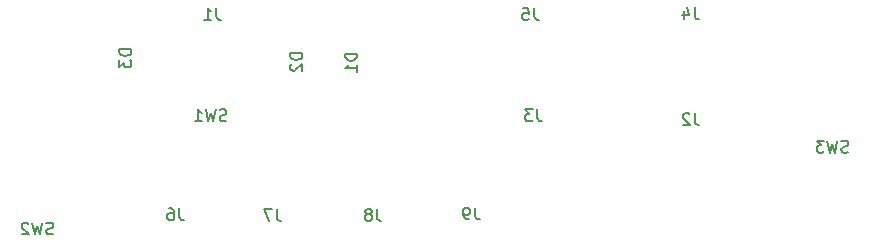
<source format=gbr>
G04 #@! TF.GenerationSoftware,KiCad,Pcbnew,(5.1.5-0-10_14)*
G04 #@! TF.CreationDate,2021-10-24T13:32:57+10:00*
G04 #@! TF.ProjectId,OH - Right Console - 1 - Electrical Power,4f48202d-2052-4696-9768-7420436f6e73,rev?*
G04 #@! TF.SameCoordinates,Original*
G04 #@! TF.FileFunction,Legend,Bot*
G04 #@! TF.FilePolarity,Positive*
%FSLAX46Y46*%
G04 Gerber Fmt 4.6, Leading zero omitted, Abs format (unit mm)*
G04 Created by KiCad (PCBNEW (5.1.5-0-10_14)) date 2021-10-24 13:32:57*
%MOMM*%
%LPD*%
G04 APERTURE LIST*
%ADD10C,0.150000*%
G04 APERTURE END LIST*
D10*
X131234333Y-96226380D02*
X131234333Y-96940666D01*
X131281952Y-97083523D01*
X131377190Y-97178761D01*
X131520047Y-97226380D01*
X131615285Y-97226380D01*
X130710523Y-97226380D02*
X130520047Y-97226380D01*
X130424809Y-97178761D01*
X130377190Y-97131142D01*
X130281952Y-96988285D01*
X130234333Y-96797809D01*
X130234333Y-96416857D01*
X130281952Y-96321619D01*
X130329571Y-96274000D01*
X130424809Y-96226380D01*
X130615285Y-96226380D01*
X130710523Y-96274000D01*
X130758142Y-96321619D01*
X130805761Y-96416857D01*
X130805761Y-96654952D01*
X130758142Y-96750190D01*
X130710523Y-96797809D01*
X130615285Y-96845428D01*
X130424809Y-96845428D01*
X130329571Y-96797809D01*
X130281952Y-96750190D01*
X130234333Y-96654952D01*
X122912333Y-96353380D02*
X122912333Y-97067666D01*
X122959952Y-97210523D01*
X123055190Y-97305761D01*
X123198047Y-97353380D01*
X123293285Y-97353380D01*
X122293285Y-96781952D02*
X122388523Y-96734333D01*
X122436142Y-96686714D01*
X122483761Y-96591476D01*
X122483761Y-96543857D01*
X122436142Y-96448619D01*
X122388523Y-96401000D01*
X122293285Y-96353380D01*
X122102809Y-96353380D01*
X122007571Y-96401000D01*
X121959952Y-96448619D01*
X121912333Y-96543857D01*
X121912333Y-96591476D01*
X121959952Y-96686714D01*
X122007571Y-96734333D01*
X122102809Y-96781952D01*
X122293285Y-96781952D01*
X122388523Y-96829571D01*
X122436142Y-96877190D01*
X122483761Y-96972428D01*
X122483761Y-97162904D01*
X122436142Y-97258142D01*
X122388523Y-97305761D01*
X122293285Y-97353380D01*
X122102809Y-97353380D01*
X122007571Y-97305761D01*
X121959952Y-97258142D01*
X121912333Y-97162904D01*
X121912333Y-96972428D01*
X121959952Y-96877190D01*
X122007571Y-96829571D01*
X122102809Y-96781952D01*
X114443167Y-96353380D02*
X114443167Y-97067666D01*
X114490786Y-97210523D01*
X114586024Y-97305761D01*
X114728881Y-97353380D01*
X114824119Y-97353380D01*
X114062214Y-96353380D02*
X113395548Y-96353380D01*
X113824119Y-97353380D01*
X106187833Y-96289880D02*
X106187833Y-97004166D01*
X106235452Y-97147023D01*
X106330690Y-97242261D01*
X106473547Y-97289880D01*
X106568785Y-97289880D01*
X105283071Y-96289880D02*
X105473547Y-96289880D01*
X105568785Y-96337500D01*
X105616404Y-96385119D01*
X105711642Y-96527976D01*
X105759261Y-96718452D01*
X105759261Y-97099404D01*
X105711642Y-97194642D01*
X105664023Y-97242261D01*
X105568785Y-97289880D01*
X105378309Y-97289880D01*
X105283071Y-97242261D01*
X105235452Y-97194642D01*
X105187833Y-97099404D01*
X105187833Y-96861309D01*
X105235452Y-96766071D01*
X105283071Y-96718452D01*
X105378309Y-96670833D01*
X105568785Y-96670833D01*
X105664023Y-96718452D01*
X105711642Y-96766071D01*
X105759261Y-96861309D01*
X136223333Y-79335380D02*
X136223333Y-80049666D01*
X136270952Y-80192523D01*
X136366190Y-80287761D01*
X136509047Y-80335380D01*
X136604285Y-80335380D01*
X135270952Y-79335380D02*
X135747142Y-79335380D01*
X135794761Y-79811571D01*
X135747142Y-79763952D01*
X135651904Y-79716333D01*
X135413809Y-79716333D01*
X135318571Y-79763952D01*
X135270952Y-79811571D01*
X135223333Y-79906809D01*
X135223333Y-80144904D01*
X135270952Y-80240142D01*
X135318571Y-80287761D01*
X135413809Y-80335380D01*
X135651904Y-80335380D01*
X135747142Y-80287761D01*
X135794761Y-80240142D01*
X149812333Y-79271880D02*
X149812333Y-79986166D01*
X149859952Y-80129023D01*
X149955190Y-80224261D01*
X150098047Y-80271880D01*
X150193285Y-80271880D01*
X148907571Y-79605214D02*
X148907571Y-80271880D01*
X149145666Y-79224261D02*
X149383761Y-79938547D01*
X148764714Y-79938547D01*
X136477333Y-87907880D02*
X136477333Y-88622166D01*
X136524952Y-88765023D01*
X136620190Y-88860261D01*
X136763047Y-88907880D01*
X136858285Y-88907880D01*
X136096380Y-87907880D02*
X135477333Y-87907880D01*
X135810666Y-88288833D01*
X135667809Y-88288833D01*
X135572571Y-88336452D01*
X135524952Y-88384071D01*
X135477333Y-88479309D01*
X135477333Y-88717404D01*
X135524952Y-88812642D01*
X135572571Y-88860261D01*
X135667809Y-88907880D01*
X135953523Y-88907880D01*
X136048761Y-88860261D01*
X136096380Y-88812642D01*
X149812333Y-88225380D02*
X149812333Y-88939666D01*
X149859952Y-89082523D01*
X149955190Y-89177761D01*
X150098047Y-89225380D01*
X150193285Y-89225380D01*
X149383761Y-88320619D02*
X149336142Y-88273000D01*
X149240904Y-88225380D01*
X149002809Y-88225380D01*
X148907571Y-88273000D01*
X148859952Y-88320619D01*
X148812333Y-88415857D01*
X148812333Y-88511095D01*
X148859952Y-88653952D01*
X149431380Y-89225380D01*
X148812333Y-89225380D01*
X109299833Y-79335380D02*
X109299833Y-80049666D01*
X109347452Y-80192523D01*
X109442690Y-80287761D01*
X109585547Y-80335380D01*
X109680785Y-80335380D01*
X108299833Y-80335380D02*
X108871261Y-80335380D01*
X108585547Y-80335380D02*
X108585547Y-79335380D01*
X108680785Y-79478238D01*
X108776023Y-79573476D01*
X108871261Y-79621095D01*
X162813833Y-91527261D02*
X162670976Y-91574880D01*
X162432880Y-91574880D01*
X162337642Y-91527261D01*
X162290023Y-91479642D01*
X162242404Y-91384404D01*
X162242404Y-91289166D01*
X162290023Y-91193928D01*
X162337642Y-91146309D01*
X162432880Y-91098690D01*
X162623357Y-91051071D01*
X162718595Y-91003452D01*
X162766214Y-90955833D01*
X162813833Y-90860595D01*
X162813833Y-90765357D01*
X162766214Y-90670119D01*
X162718595Y-90622500D01*
X162623357Y-90574880D01*
X162385261Y-90574880D01*
X162242404Y-90622500D01*
X161909071Y-90574880D02*
X161670976Y-91574880D01*
X161480500Y-90860595D01*
X161290023Y-91574880D01*
X161051928Y-90574880D01*
X160766214Y-90574880D02*
X160147166Y-90574880D01*
X160480500Y-90955833D01*
X160337642Y-90955833D01*
X160242404Y-91003452D01*
X160194785Y-91051071D01*
X160147166Y-91146309D01*
X160147166Y-91384404D01*
X160194785Y-91479642D01*
X160242404Y-91527261D01*
X160337642Y-91574880D01*
X160623357Y-91574880D01*
X160718595Y-91527261D01*
X160766214Y-91479642D01*
X95503833Y-98448761D02*
X95360976Y-98496380D01*
X95122880Y-98496380D01*
X95027642Y-98448761D01*
X94980023Y-98401142D01*
X94932404Y-98305904D01*
X94932404Y-98210666D01*
X94980023Y-98115428D01*
X95027642Y-98067809D01*
X95122880Y-98020190D01*
X95313357Y-97972571D01*
X95408595Y-97924952D01*
X95456214Y-97877333D01*
X95503833Y-97782095D01*
X95503833Y-97686857D01*
X95456214Y-97591619D01*
X95408595Y-97544000D01*
X95313357Y-97496380D01*
X95075261Y-97496380D01*
X94932404Y-97544000D01*
X94599071Y-97496380D02*
X94360976Y-98496380D01*
X94170500Y-97782095D01*
X93980023Y-98496380D01*
X93741928Y-97496380D01*
X93408595Y-97591619D02*
X93360976Y-97544000D01*
X93265738Y-97496380D01*
X93027642Y-97496380D01*
X92932404Y-97544000D01*
X92884785Y-97591619D01*
X92837166Y-97686857D01*
X92837166Y-97782095D01*
X92884785Y-97924952D01*
X93456214Y-98496380D01*
X92837166Y-98496380D01*
X110172333Y-88860261D02*
X110029476Y-88907880D01*
X109791380Y-88907880D01*
X109696142Y-88860261D01*
X109648523Y-88812642D01*
X109600904Y-88717404D01*
X109600904Y-88622166D01*
X109648523Y-88526928D01*
X109696142Y-88479309D01*
X109791380Y-88431690D01*
X109981857Y-88384071D01*
X110077095Y-88336452D01*
X110124714Y-88288833D01*
X110172333Y-88193595D01*
X110172333Y-88098357D01*
X110124714Y-88003119D01*
X110077095Y-87955500D01*
X109981857Y-87907880D01*
X109743761Y-87907880D01*
X109600904Y-87955500D01*
X109267571Y-87907880D02*
X109029476Y-88907880D01*
X108839000Y-88193595D01*
X108648523Y-88907880D01*
X108410428Y-87907880D01*
X107505666Y-88907880D02*
X108077095Y-88907880D01*
X107791380Y-88907880D02*
X107791380Y-87907880D01*
X107886619Y-88050738D01*
X107981857Y-88145976D01*
X108077095Y-88193595D01*
X102116380Y-82827904D02*
X101116380Y-82827904D01*
X101116380Y-83066000D01*
X101164000Y-83208857D01*
X101259238Y-83304095D01*
X101354476Y-83351714D01*
X101544952Y-83399333D01*
X101687809Y-83399333D01*
X101878285Y-83351714D01*
X101973523Y-83304095D01*
X102068761Y-83208857D01*
X102116380Y-83066000D01*
X102116380Y-82827904D01*
X101116380Y-83732666D02*
X101116380Y-84351714D01*
X101497333Y-84018380D01*
X101497333Y-84161238D01*
X101544952Y-84256476D01*
X101592571Y-84304095D01*
X101687809Y-84351714D01*
X101925904Y-84351714D01*
X102021142Y-84304095D01*
X102068761Y-84256476D01*
X102116380Y-84161238D01*
X102116380Y-83875523D01*
X102068761Y-83780285D01*
X102021142Y-83732666D01*
X116593880Y-83145404D02*
X115593880Y-83145404D01*
X115593880Y-83383500D01*
X115641500Y-83526357D01*
X115736738Y-83621595D01*
X115831976Y-83669214D01*
X116022452Y-83716833D01*
X116165309Y-83716833D01*
X116355785Y-83669214D01*
X116451023Y-83621595D01*
X116546261Y-83526357D01*
X116593880Y-83383500D01*
X116593880Y-83145404D01*
X115689119Y-84097785D02*
X115641500Y-84145404D01*
X115593880Y-84240642D01*
X115593880Y-84478738D01*
X115641500Y-84573976D01*
X115689119Y-84621595D01*
X115784357Y-84669214D01*
X115879595Y-84669214D01*
X116022452Y-84621595D01*
X116593880Y-84050166D01*
X116593880Y-84669214D01*
X121229380Y-83208904D02*
X120229380Y-83208904D01*
X120229380Y-83447000D01*
X120277000Y-83589857D01*
X120372238Y-83685095D01*
X120467476Y-83732714D01*
X120657952Y-83780333D01*
X120800809Y-83780333D01*
X120991285Y-83732714D01*
X121086523Y-83685095D01*
X121181761Y-83589857D01*
X121229380Y-83447000D01*
X121229380Y-83208904D01*
X121229380Y-84732714D02*
X121229380Y-84161285D01*
X121229380Y-84447000D02*
X120229380Y-84447000D01*
X120372238Y-84351761D01*
X120467476Y-84256523D01*
X120515095Y-84161285D01*
M02*

</source>
